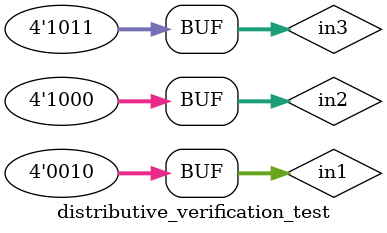
<source format=v>
`timescale 1ns / 1ps


module distributive_verification_test;

	// Inputs
	reg [3:0] in1;
	reg [3:0] in2;
	reg [3:0] in3;

	// Outputs
	wire [8:0] op1;
	wire [8:0] op2;
	wire Z;

	// Instantiate the Unit Under Test (UUT)
	distributive_verification uut (
		.in1(in1), 
		.in2(in2), 
		.in3(in3), 
		.op1(op1), 
		.op2(op2), 
		.Z(Z)
	);

	initial begin
		// Initialize Inputs
		in1 = 0;
		in2 = 0;
		in3 = 0;

		// Wait 100 ns for global reset to finish
		#50 in1=4'h 3;in2=4'h 3;in3=4'h 1;
		#50 in1=4'h A;in2=4'h F;in3=4'h 9;
		#50 in1=4'h F;in2=4'h 2;in3=4'h 2;
		#50 in1=4'h 2;in2=4'h 8;in3=4'h B;
        
		// Add stimulus here

	end
      
endmodule


</source>
